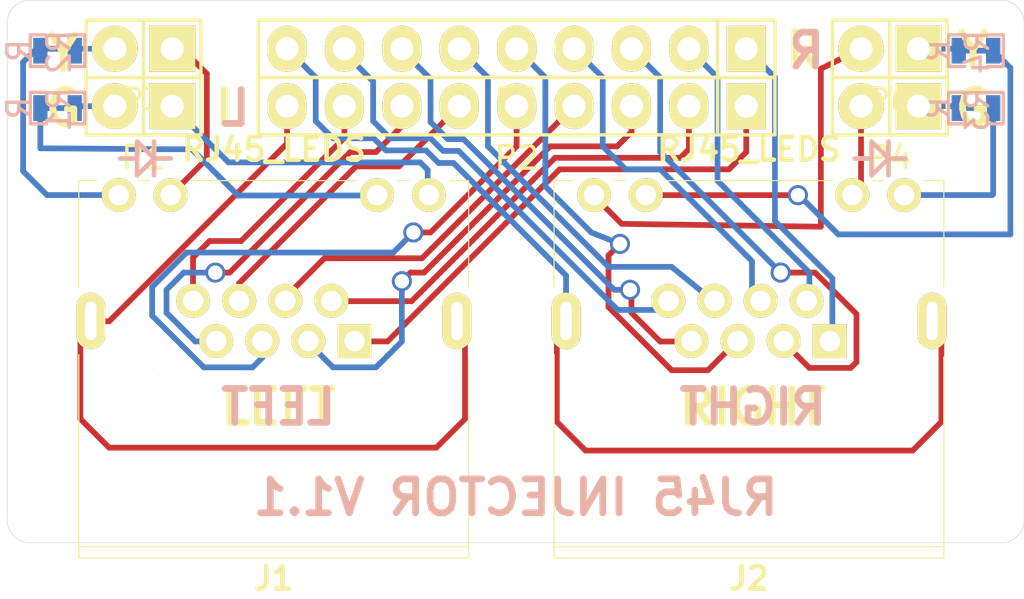
<source format=kicad_pcb>
(kicad_pcb (version 20221018) (generator pcbnew)
  (layers (0 "F.Cu" signal) (31 "B.Cu" signal) (34 "B.Paste" user) (35 "F.Paste" user) (36 "B.SilkS" user "B.Silkscreen") (37 "F.SilkS" user "F.Silkscreen") (38 "B.Mask" user) (39 "F.Mask" user) (44 "Edge.Cuts" user))
  (net 0 "")
  (net 1 "Net-(J1-Pad1)")
  (net 2 "Net-(J1-Pad3)")
  (net 3 "Net-(J1-Pad2)")
  (net 4 "Net-(J1-Pad4)")
  (net 5 "Net-(J1-Pad5)")
  (net 6 "Net-(J1-Pad6)")
  (net 7 "Net-(J1-Pad7)")
  (net 8 "Net-(J1-Pad8)")
  (net 9 "Net-(J1-PadGA)")
  (net 10 "Net-(J1-PadGK)")
  (net 11 "Net-(J1-PadYA)")
  (net 12 "Net-(J1-PadYK)")
  (net 13 "Net-(J2-Pad1)")
  (net 14 "Net-(J2-Pad3)")
  (net 15 "Net-(J2-Pad2)")
  (net 16 "Net-(J2-Pad4)")
  (net 17 "Net-(J2-Pad5)")
  (net 18 "Net-(J2-Pad6)")
  (net 19 "Net-(J2-Pad7)")
  (net 20 "Net-(J2-Pad8)")
  (net 21 "Net-(J2-PadGA)")
  (net 22 "Net-(J2-PadGK)")
  (net 23 "Net-(J2-PadYA)")
  (net 24 "Net-(J2-PadYK)")
  (net 25 "Net-(J1-Pad13)")
  (net 26 "Net-(J2-Pad13)")
  (footprint "Pin_Headers:Pin_Header_Straight_1x02" (layer "F.Cu") (at 66.035 64.685 180)
    (fp_text reference "P1" (at 0 -2.286 180) (layer "F.SilkS"))
    (fp_text value "CONN_2" hide)
    (fp_line (start -2.54 -1.27) (end -2.54 1.27) (stroke (width 0.15)) (layer "F.SilkS"))
    (fp_line (start -2.54 1.27) (end 0 1.27) (stroke (width 0.15)) (layer "F.SilkS"))
    (fp_line (start 0 -1.27) (end 0 1.27) (stroke (width 0.15)) (layer "F.SilkS"))
    (fp_line (start 0 1.27) (end 2.54 1.27) (stroke (width 0.15)) (layer "F.SilkS"))
    (fp_line (start 2.54 -1.27) (end -2.54 -1.27) (stroke (width 0.15)) (layer "F.SilkS"))
    (fp_line (start 2.54 1.27) (end 2.54 -1.27) (stroke (width 0.15)) (layer "F.SilkS"))
    (pad "1" thru_hole rect (at -1.27 0 180) (size 2.032 2.032) (drill 1.016) (layers "*.Cu" "*.Mask" "F.SilkS") (net 10 "Net-(J1-PadGK)"))
    (pad "2" thru_hole oval (at 1.27 0 180) (size 2.032 2.032) (drill 1.016) (layers "*.Cu" "*.Mask" "F.SilkS") (net 9 "Net-(J1-PadGA)"))
  )
  (footprint "Pin_Headers:Pin_Header_Straight_1x09" (layer "F.Cu") (at 82.545 64.685 180)
    (fp_text reference "P2" (at 0 -2.286 180) (layer "F.SilkS"))
    (fp_text value "CONN_9" hide)
    (fp_line (start -11.43 -1.27) (end -11.43 1.27) (stroke (width 0.15)) (layer "F.SilkS"))
    (fp_line (start -11.43 -1.27) (end -8.89 -1.27) (stroke (width 0.15)) (layer "F.SilkS"))
    (fp_line (start -11.43 1.27) (end -8.89 1.27) (stroke (width 0.15)) (layer "F.SilkS"))
    (fp_line (start -8.89 -1.27) (end -8.89 1.27) (stroke (width 0.15)) (layer "F.SilkS"))
    (fp_line (start -8.89 -1.27) (end 11.43 -1.27) (stroke (width 0.15)) (layer "F.SilkS"))
    (fp_line (start 11.43 -1.27) (end 11.43 1.27) (stroke (width 0.15)) (layer "F.SilkS"))
    (fp_line (start 11.43 1.27) (end -8.89 1.27) (stroke (width 0.15)) (layer "F.SilkS"))
    (pad "1" thru_hole rect (at -10.16 0 180) (size 1.7272 2.032) (drill 1.016) (layers "*.Cu" "*.Mask" "F.SilkS") (net 1 "Net-(J1-Pad1)"))
    (pad "2" thru_hole oval (at -7.62 0 180) (size 1.7272 2.032) (drill 1.016) (layers "*.Cu" "*.Mask" "F.SilkS") (net 3 "Net-(J1-Pad2)"))
    (pad "3" thru_hole oval (at -5.08 0 180) (size 1.7272 2.032) (drill 1.016) (layers "*.Cu" "*.Mask" "F.SilkS") (net 2 "Net-(J1-Pad3)"))
    (pad "4" thru_hole oval (at -2.54 0 180) (size 1.7272 2.032) (drill 1.016) (layers "*.Cu" "*.Mask" "F.SilkS") (net 4 "Net-(J1-Pad4)"))
    (pad "5" thru_hole oval (at 0 0 180) (size 1.7272 2.032) (drill 1.016) (layers "*.Cu" "*.Mask" "F.SilkS") (net 5 "Net-(J1-Pad5)"))
    (pad "6" thru_hole oval (at 2.54 0 180) (size 1.7272 2.032) (drill 1.016) (layers "*.Cu" "*.Mask" "F.SilkS") (net 6 "Net-(J1-Pad6)"))
    (pad "7" thru_hole oval (at 5.08 0 180) (size 1.7272 2.032) (drill 1.016) (layers "*.Cu" "*.Mask" "F.SilkS") (net 7 "Net-(J1-Pad7)"))
    (pad "8" thru_hole oval (at 7.62 0 180) (size 1.7272 2.032) (drill 1.016) (layers "*.Cu" "*.Mask" "F.SilkS") (net 8 "Net-(J1-Pad8)"))
    (pad "9" thru_hole oval (at 10.16 0 180) (size 1.7272 2.032) (drill 1.016) (layers "*.Cu" "*.Mask" "F.SilkS") (net 25 "Net-(J1-Pad13)"))
  )
  (footprint "Pin_Headers:Pin_Header_Straight_1x02" (layer "F.Cu") (at 99.055 64.685 180)
    (fp_text reference "P4" (at 0 -2.286 180) (layer "F.SilkS"))
    (fp_text value "CONN_2" hide)
    (fp_line (start -2.54 -1.27) (end -2.54 1.27) (stroke (width 0.15)) (layer "F.SilkS"))
    (fp_line (start -2.54 1.27) (end 0 1.27) (stroke (width 0.15)) (layer "F.SilkS"))
    (fp_line (start 0 -1.27) (end 0 1.27) (stroke (width 0.15)) (layer "F.SilkS"))
    (fp_line (start 0 1.27) (end 2.54 1.27) (stroke (width 0.15)) (layer "F.SilkS"))
    (fp_line (start 2.54 -1.27) (end -2.54 -1.27) (stroke (width 0.15)) (layer "F.SilkS"))
    (fp_line (start 2.54 1.27) (end 2.54 -1.27) (stroke (width 0.15)) (layer "F.SilkS"))
    (pad "1" thru_hole rect (at -1.27 0 180) (size 2.032 2.032) (drill 1.016) (layers "*.Cu" "*.Mask" "F.SilkS") (net 22 "Net-(J2-PadGK)"))
    (pad "2" thru_hole oval (at 1.27 0 180) (size 2.032 2.032) (drill 1.016) (layers "*.Cu" "*.Mask" "F.SilkS") (net 21 "Net-(J2-PadGA)"))
  )
  (footprint "Pin_Headers:Pin_Header_Straight_1x09" (layer "F.Cu") (at 82.545 62.145 180)
    (fp_text reference "P5" (at 0 -2.286 180) (layer "F.SilkS"))
    (fp_text value "CONN_9" hide)
    (fp_line (start -11.43 -1.27) (end -11.43 1.27) (stroke (width 0.15)) (layer "F.SilkS"))
    (fp_line (start -11.43 -1.27) (end -8.89 -1.27) (stroke (width 0.15)) (layer "F.SilkS"))
    (fp_line (start -11.43 1.27) (end -8.89 1.27) (stroke (width 0.15)) (layer "F.SilkS"))
    (fp_line (start -8.89 -1.27) (end -8.89 1.27) (stroke (width 0.15)) (layer "F.SilkS"))
    (fp_line (start -8.89 -1.27) (end 11.43 -1.27) (stroke (width 0.15)) (layer "F.SilkS"))
    (fp_line (start 11.43 -1.27) (end 11.43 1.27) (stroke (width 0.15)) (layer "F.SilkS"))
    (fp_line (start 11.43 1.27) (end -8.89 1.27) (stroke (width 0.15)) (layer "F.SilkS"))
    (pad "1" thru_hole rect (at -10.16 0 180) (size 1.7272 2.032) (drill 1.016) (layers "*.Cu" "*.Mask" "F.SilkS") (net 13 "Net-(J2-Pad1)"))
    (pad "2" thru_hole oval (at -7.62 0 180) (size 1.7272 2.032) (drill 1.016) (layers "*.Cu" "*.Mask" "F.SilkS") (net 15 "Net-(J2-Pad2)"))
    (pad "3" thru_hole oval (at -5.08 0 180) (size 1.7272 2.032) (drill 1.016) (layers "*.Cu" "*.Mask" "F.SilkS") (net 14 "Net-(J2-Pad3)"))
    (pad "4" thru_hole oval (at -2.54 0 180) (size 1.7272 2.032) (drill 1.016) (layers "*.Cu" "*.Mask" "F.SilkS") (net 16 "Net-(J2-Pad4)"))
    (pad "5" thru_hole oval (at 0 0 180) (size 1.7272 2.032) (drill 1.016) (layers "*.Cu" "*.Mask" "F.SilkS") (net 17 "Net-(J2-Pad5)"))
    (pad "6" thru_hole oval (at 2.54 0 180) (size 1.7272 2.032) (drill 1.016) (layers "*.Cu" "*.Mask" "F.SilkS") (net 18 "Net-(J2-Pad6)"))
    (pad "7" thru_hole oval (at 5.08 0 180) (size 1.7272 2.032) (drill 1.016) (layers "*.Cu" "*.Mask" "F.SilkS") (net 19 "Net-(J2-Pad7)"))
    (pad "8" thru_hole oval (at 7.62 0 180) (size 1.7272 2.032) (drill 1.016) (layers "*.Cu" "*.Mask" "F.SilkS") (net 20 "Net-(J2-Pad8)"))
    (pad "9" thru_hole oval (at 10.16 0 180) (size 1.7272 2.032) (drill 1.016) (layers "*.Cu" "*.Mask" "F.SilkS") (net 26 "Net-(J2-Pad13)"))
  )
  (footprint "Pin_Headers:Pin_Header_Straight_1x02" (layer "F.Cu") (at 99.055 62.145 180)
    (fp_text reference "P6" (at 0 -2.286 180) (layer "F.SilkS"))
    (fp_text value "CONN_2" hide)
    (fp_line (start -2.54 -1.27) (end -2.54 1.27) (stroke (width 0.15)) (layer "F.SilkS"))
    (fp_line (start -2.54 1.27) (end 0 1.27) (stroke (width 0.15)) (layer "F.SilkS"))
    (fp_line (start 0 -1.27) (end 0 1.27) (stroke (width 0.15)) (layer "F.SilkS"))
    (fp_line (start 0 1.27) (end 2.54 1.27) (stroke (width 0.15)) (layer "F.SilkS"))
    (fp_line (start 2.54 -1.27) (end -2.54 -1.27) (stroke (width 0.15)) (layer "F.SilkS"))
    (fp_line (start 2.54 1.27) (end 2.54 -1.27) (stroke (width 0.15)) (layer "F.SilkS"))
    (pad "1" thru_hole rect (at -1.27 0 180) (size 2.032 2.032) (drill 1.016) (layers "*.Cu" "*.Mask" "F.SilkS") (net 24 "Net-(J2-PadYK)"))
    (pad "2" thru_hole oval (at 1.27 0 180) (size 2.032 2.032) (drill 1.016) (layers "*.Cu" "*.Mask" "F.SilkS") (net 23 "Net-(J2-PadYA)"))
  )
  (footprint "Connectors:RJ45_LEDs" (layer "F.Cu") (at 96.4 75.08 180)
    (fp_text reference "J2" (at 3.57 -10.5) (layer "F.SilkS") (effects (font (thickness 0.2032))))
    (fp_text value "RJ45_LEDS" (at 3.57 8.48) (layer "F.SilkS") (effects (font (size 1.00076 1.00076) (thickness 0.2032))))
    (fp_line (start -5.05 -9.6) (end -5.05 -0.7) (stroke (width 0.05)) (layer "F.SilkS"))
    (fp_line (start -5.05 -9.1) (end 12.2 -9.1) (stroke (width 0.05)) (layer "F.SilkS"))
    (fp_line (start -5.05 2.4) (end -5.05 7.1) (stroke (width 0.05)) (layer "F.SilkS"))
    (fp_line (start -4.2 7.1) (end -5.05 7.1) (stroke (width 0.05)) (layer "F.SilkS"))
    (fp_line (start -2.4 7.1) (end -1.9 7.1) (stroke (width 0.05)) (layer "F.SilkS"))
    (fp_line (start -0.1 7.1) (end 7.25 7.1) (stroke (width 0.05)) (layer "F.SilkS"))
    (fp_line (start 9.05 7.1) (end 9.55 7.1) (stroke (width 0.05)) (layer "F.SilkS"))
    (fp_line (start 11.4 7.1) (end 12.2 7.1) (stroke (width 0.05)) (layer "F.SilkS"))
    (fp_line (start 12.2 -9.6) (end -5.05 -9.6) (stroke (width 0.05)) (layer "F.SilkS"))
    (fp_line (start 12.2 -0.6) (end 12.2 -9.6) (stroke (width 0.05)) (layer "F.SilkS"))
    (fp_line (start 12.2 7.1) (end 12.2 2.35) (stroke (width 0.05)) (layer "F.SilkS"))
    (pad "" np_thru_hole circle (at -2.78 -2.54) (size 3.25 3.25) (drill 3.25) (layers "*.Cu" "*.Mask" "F.SilkS"))
    (pad "" np_thru_hole circle (at 9.92 -2.54) (size 3.25 3.25) (drill 3.25) (layers "*.Cu" "*.Mask" "F.SilkS"))
    (pad "1" thru_hole rect (at 0 0) (size 1.5 1.5) (drill 0.9) (layers "*.Cu" "*.Mask" "F.SilkS") (net 13 "Net-(J2-Pad1)"))
    (pad "2" thru_hole circle (at 1.02 1.78) (size 1.5 1.5) (drill 0.9) (layers "*.Cu" "*.Mask" "F.SilkS") (net 15 "Net-(J2-Pad2)"))
    (pad "3" thru_hole circle (at 2.04 0) (size 1.5 1.5) (drill 0.9) (layers "*.Cu" "*.Mask" "F.SilkS") (net 14 "Net-(J2-Pad3)"))
    (pad "4" thru_hole circle (at 3.06 1.78) (size 1.5 1.5) (drill 0.9) (layers "*.Cu" "*.Mask" "F.SilkS") (net 16 "Net-(J2-Pad4)"))
    (pad "5" thru_hole circle (at 4.08 0) (size 1.5 1.5) (drill 0.9) (layers "*.Cu" "*.Mask" "F.SilkS") (net 17 "Net-(J2-Pad5)"))
    (pad "6" thru_hole circle (at 5.1 1.78) (size 1.5 1.5) (drill 0.9) (layers "*.Cu" "*.Mask" "F.SilkS") (net 18 "Net-(J2-Pad6)"))
    (pad "7" thru_hole circle (at 6.12 0) (size 1.5 1.5) (drill 0.9) (layers "*.Cu" "*.Mask" "F.SilkS") (net 19 "Net-(J2-Pad7)"))
    (pad "8" thru_hole circle (at 7.14 1.78) (size 1.5 1.5) (drill 0.9) (layers "*.Cu" "*.Mask" "F.SilkS") (net 20 "Net-(J2-Pad8)"))
    (pad "13" thru_hole oval (at -4.53 0.89) (size 1.3 2.5) (drill oval 0.5 1.7) (layers "*.Cu" "*.Mask" "F.SilkS") (net 26 "Net-(J2-Pad13)"))
    (pad "13" thru_hole oval (at 11.67 0.89) (size 1.3 2.5) (drill oval 0.5 1.7) (layers "*.Cu" "*.Mask" "F.SilkS") (net 26 "Net-(J2-Pad13)"))
    (pad "GA" thru_hole circle (at -1 6.46) (size 1.5 1.5) (drill 0.9) (layers "*.Cu" "*.Mask" "F.SilkS") (net 21 "Net-(J2-PadGA)"))
    (pad "GK" thru_hole circle (at -3.29 6.46) (size 1.5 1.5) (drill 0.9) (layers "*.Cu" "*.Mask" "F.SilkS") (net 22 "Net-(J2-PadGK)"))
    (pad "YA" thru_hole circle (at 10.43 6.46) (size 1.5 1.5) (drill 0.9) (layers "*.Cu" "*.Mask" "F.SilkS") (net 23 "Net-(J2-PadYA)"))
    (pad "YK" thru_hole circle (at 8.14 6.46) (size 1.5 1.5) (drill 0.9) (layers "*.Cu" "*.Mask" "F.SilkS") (net 24 "Net-(J2-PadYK)"))
  )
  (footprint "Connectors:RJ45_LEDs" (layer "F.Cu") (at 75.37 75.08 180)
    (fp_text reference "J1" (at 3.57 -10.5) (layer "F.SilkS") (effects (font (thickness 0.2032))))
    (fp_text value "RJ45_LEDS" (at 3.57 8.48) (layer "F.SilkS") (effects (font (size 1.00076 1.00076) (thickness 0.2032))))
    (fp_line (start -5.05 -9.6) (end -5.05 -0.7) (stroke (width 0.05)) (layer "F.SilkS"))
    (fp_line (start -5.05 -9.1) (end 12.2 -9.1) (stroke (width 0.05)) (layer "F.SilkS"))
    (fp_line (start -5.05 2.4) (end -5.05 7.1) (stroke (width 0.05)) (layer "F.SilkS"))
    (fp_line (start -4.2 7.1) (end -5.05 7.1) (stroke (width 0.05)) (layer "F.SilkS"))
    (fp_line (start -2.4 7.1) (end -1.9 7.1) (stroke (width 0.05)) (layer "F.SilkS"))
    (fp_line (start -0.1 7.1) (end 7.25 7.1) (stroke (width 0.05)) (layer "F.SilkS"))
    (fp_line (start 9.05 7.1) (end 9.55 7.1) (stroke (width 0.05)) (layer "F.SilkS"))
    (fp_line (start 11.4 7.1) (end 12.2 7.1) (stroke (width 0.05)) (layer "F.SilkS"))
    (fp_line (start 12.2 -9.6) (end -5.05 -9.6) (stroke (width 0.05)) (layer "F.SilkS"))
    (fp_line (start 12.2 -0.6) (end 12.2 -9.6) (stroke (width 0.05)) (layer "F.SilkS"))
    (fp_line (start 12.2 7.1) (end 12.2 2.35) (stroke (width 0.05)) (layer "F.SilkS"))
    (pad "" np_thru_hole circle (at -2.78 -2.54) (size 3.25 3.25) (drill 3.25) (layers "*.Cu" "*.Mask" "F.SilkS"))
    (pad "" np_thru_hole circle (at 9.92 -2.54) (size 3.25 3.25) (drill 3.25) (layers "*.Cu" "*.Mask" "F.SilkS"))
    (pad "1" thru_hole rect (at 0 0) (size 1.5 1.5) (drill 0.9) (layers "*.Cu" "*.Mask" "F.SilkS") (net 1 "Net-(J1-Pad1)"))
    (pad "2" thru_hole circle (at 1.02 1.78) (size 1.5 1.5) (drill 0.9) (layers "*.Cu" "*.Mask" "F.SilkS") (net 3 "Net-(J1-Pad2)"))
    (pad "3" thru_hole circle (at 2.04 0) (size 1.5 1.5) (drill 0.9) (layers "*.Cu" "*.Mask" "F.SilkS") (net 2 "Net-(J1-Pad3)"))
    (pad "4" thru_hole circle (at 3.06 1.78) (size 1.5 1.5) (drill 0.9) (layers "*.Cu" "*.Mask" "F.SilkS") (net 4 "Net-(J1-Pad4)"))
    (pad "5" thru_hole circle (at 4.08 0) (size 1.5 1.5) (drill 0.9) (layers "*.Cu" "*.Mask" "F.SilkS") (net 5 "Net-(J1-Pad5)"))
    (pad "6" thru_hole circle (at 5.1 1.78) (size 1.5 1.5) (drill 0.9) (layers "*.Cu" "*.Mask" "F.SilkS") (net 6 "Net-(J1-Pad6)"))
    (pad "7" thru_hole circle (at 6.12 0) (size 1.5 1.5) (drill 0.9) (layers "*.Cu" "*.Mask" "F.SilkS") (net 7 "Net-(J1-Pad7)"))
    (pad "8" thru_hole circle (at 7.14 1.78) (size 1.5 1.5) (drill 0.9) (layers "*.Cu" "*.Mask" "F.SilkS") (net 8 "Net-(J1-Pad8)"))
    (pad "13" thru_hole oval (at -4.53 0.89) (size 1.3 2.5) (drill oval 0.5 1.7) (layers "*.Cu" "*.Mask" "F.SilkS") (net 25 "Net-(J1-Pad13)"))
    (pad "13" thru_hole oval (at 11.67 0.89) (size 1.3 2.5) (drill oval 0.5 1.7) (layers "*.Cu" "*.Mask" "F.SilkS") (net 25 "Net-(J1-Pad13)"))
    (pad "GA" thru_hole circle (at -1 6.46) (size 1.5 1.5) (drill 0.9) (layers "*.Cu" "*.Mask" "F.SilkS") (net 9 "Net-(J1-PadGA)"))
    (pad "GK" thru_hole circle (at -3.29 6.46) (size 1.5 1.5) (drill 0.9) (layers "*.Cu" "*.Mask" "F.SilkS") (net 10 "Net-(J1-PadGK)"))
    (pad "YA" thru_hole circle (at 10.43 6.46) (size 1.5 1.5) (drill 0.9) (layers "*.Cu" "*.Mask" "F.SilkS") (net 11 "Net-(J1-PadYA)"))
    (pad "YK" thru_hole circle (at 8.14 6.46) (size 1.5 1.5) (drill 0.9) (layers "*.Cu" "*.Mask" "F.SilkS") (net 12 "Net-(J1-PadYK)"))
  )
  (footprint "Pin_Headers:Pin_Header_Straight_1x02" (layer "F.Cu") (at 66.035 62.145 180)
    (fp_text reference "P3" (at 0 -2.286 180) (layer "F.SilkS"))
    (fp_text value "CONN_2" hide)
    (fp_line (start -2.54 -1.27) (end -2.54 1.27) (stroke (width 0.15)) (layer "F.SilkS"))
    (fp_line (start -2.54 1.27) (end 0 1.27) (stroke (width 0.15)) (layer "F.SilkS"))
    (fp_line (start 0 -1.27) (end 0 1.27) (stroke (width 0.15)) (layer "F.SilkS"))
    (fp_line (start 0 1.27) (end 2.54 1.27) (stroke (width 0.15)) (layer "F.SilkS"))
    (fp_line (start 2.54 -1.27) (end -2.54 -1.27) (stroke (width 0.15)) (layer "F.SilkS"))
    (fp_line (start 2.54 1.27) (end 2.54 -1.27) (stroke (width 0.15)) (layer "F.SilkS"))
    (pad "1" thru_hole rect (at -1.27 0 180) (size 2.032 2.032) (drill 1.016) (layers "*.Cu" "*.Mask" "F.SilkS") (net 12 "Net-(J1-PadYK)"))
    (pad "2" thru_hole oval (at 1.27 0 180) (size 2.032 2.032) (drill 1.016) (layers "*.Cu" "*.Mask" "F.SilkS") (net 11 "Net-(J1-PadYA)"))
  )
  (footprint "SMD_Packages:SMD-0603_r" (layer "B.Cu") (at 62.23 64.77)
    (fp_text reference "R1" (at 0.0635 0.0635 270) (layer "B.SilkS") (effects (justify mirror)))
    (fp_text value "R" (at -1.69926 0 270) (layer "B.SilkS") (effects (justify mirror)))
    (fp_line (start -1.2065 -0.6985) (end -0.50038 -0.6985) (stroke (width 0.15)) (layer "B.SilkS"))
    (fp_line (start -1.2065 0.6985) (end -1.2065 -0.6985) (stroke (width 0.15)) (layer "B.SilkS"))
    (fp_line (start -0.50038 0.6985) (end -1.2065 0.6985) (stroke (width 0.15)) (layer "B.SilkS"))
    (fp_line (start 1.2065 -0.6985) (end 0.50038 -0.6985) (stroke (width 0.15)) (layer "B.SilkS"))
    (fp_line (start 1.2065 0.6985) (end 0.50038 0.6985) (stroke (width 0.15)) (layer "B.SilkS"))
    (fp_line (start 1.2065 0.6985) (end 1.2065 -0.6985) (stroke (width 0.15)) (layer "B.SilkS"))
    (pad "1" smd rect (at -0.762 0) (size 0.635 1.143) (layers "B.Cu" "B.Paste" "B.Mask") (net 9 "Net-(J1-PadGA)"))
    (pad "2" smd rect (at 0.762 0) (size 0.635 1.143) (layers "B.Cu" "B.Paste" "B.Mask") (net 9 "Net-(J1-PadGA)"))
  )
  (footprint "SMD_Packages:SMD-0603_r" (layer "B.Cu") (at 62.23 62.23)
    (fp_text reference "R2" (at 0.0635 0.0635 270) (layer "B.SilkS") (effects (justify mirror)))
    (fp_text value "R" (at -1.69926 0 270) (layer "B.SilkS") (effects (justify mirror)))
    (fp_line (start -1.2065 -0.6985) (end -0.50038 -0.6985) (stroke (width 0.15)) (layer "B.SilkS"))
    (fp_line (start -1.2065 0.6985) (end -1.2065 -0.6985) (stroke (width 0.15)) (layer "B.SilkS"))
    (fp_line (start -0.50038 0.6985) (end -1.2065 0.6985) (stroke (width 0.15)) (layer "B.SilkS"))
    (fp_line (start 1.2065 -0.6985) (end 0.50038 -0.6985) (stroke (width 0.15)) (layer "B.SilkS"))
    (fp_line (start 1.2065 0.6985) (end 0.50038 0.6985) (stroke (width 0.15)) (layer "B.SilkS"))
    (fp_line (start 1.2065 0.6985) (end 1.2065 -0.6985) (stroke (width 0.15)) (layer "B.SilkS"))
    (pad "1" smd rect (at -0.762 0) (size 0.635 1.143) (layers "B.Cu" "B.Paste" "B.Mask") (net 11 "Net-(J1-PadYA)"))
    (pad "2" smd rect (at 0.762 0) (size 0.635 1.143) (layers "B.Cu" "B.Paste" "B.Mask") (net 11 "Net-(J1-PadYA)"))
  )
  (footprint "SMD_Packages:SMD-0603_r" (layer "B.Cu") (at 102.87 64.77)
    (fp_text reference "R3" (at 0.0635 0.0635 270) (layer "B.SilkS") (effects (justify mirror)))
    (fp_text value "R" (at -1.69926 0 270) (layer "B.SilkS") (effects (justify mirror)))
    (fp_line (start -1.2065 -0.6985) (end -0.50038 -0.6985) (stroke (width 0.15)) (layer "B.SilkS"))
    (fp_line (start -1.2065 0.6985) (end -1.2065 -0.6985) (stroke (width 0.15)) (layer "B.SilkS"))
    (fp_line (start -0.50038 0.6985) (end -1.2065 0.6985) (stroke (width 0.15)) (layer "B.SilkS"))
    (fp_line (start 1.2065 -0.6985) (end 0.50038 -0.6985) (stroke (width 0.15)) (layer "B.SilkS"))
    (fp_line (start 1.2065 0.6985) (end 0.50038 0.6985) (stroke (width 0.15)) (layer "B.SilkS"))
    (fp_line (start 1.2065 0.6985) (end 1.2065 -0.6985) (stroke (width 0.15)) (layer "B.SilkS"))
    (pad "1" smd rect (at -0.762 0) (size 0.635 1.143) (layers "B.Cu" "B.Paste" "B.Mask") (net 22 "Net-(J2-PadGK)"))
    (pad "2" smd rect (at 0.762 0) (size 0.635 1.143) (layers "B.Cu" "B.Paste" "B.Mask") (net 22 "Net-(J2-PadGK)"))
  )
  (footprint "SMD_Packages:SMD-0603_r" (layer "B.Cu") (at 102.87 62.23)
    (fp_text reference "R4" (at 0.0635 0.0635 270) (layer "B.SilkS") (effects (justify mirror)))
    (fp_text value "R" (at -1.69926 0 270) (layer "B.SilkS") (effects (justify mirror)))
    (fp_line (start -1.2065 -0.6985) (end -0.50038 -0.6985) (stroke (width 0.15)) (layer "B.SilkS"))
    (fp_line (start -1.2065 0.6985) (end -1.2065 -0.6985) (stroke (width 0.15)) (layer "B.SilkS"))
    (fp_line (start -0.50038 0.6985) (end -1.2065 0.6985) (stroke (width 0.15)) (layer "B.SilkS"))
    (fp_line (start 1.2065 -0.6985) (end 0.50038 -0.6985) (stroke (width 0.15)) (layer "B.SilkS"))
    (fp_line (start 1.2065 0.6985) (end 0.50038 0.6985) (stroke (width 0.15)) (layer "B.SilkS"))
    (fp_line (start 1.2065 0.6985) (end 1.2065 -0.6985) (stroke (width 0.15)) (layer "B.SilkS"))
    (pad "1" smd rect (at -0.762 0) (size 0.635 1.143) (layers "B.Cu" "B.Paste" "B.Mask") (net 24 "Net-(J2-PadYK)"))
    (pad "2" smd rect (at 0.762 0) (size 0.635 1.143) (layers "B.Cu" "B.Paste" "B.Mask") (net 24 "Net-(J2-PadYK)"))
  )
  (gr_line (start 65.75 67.75) (end 66.5 67) (stroke (width 0.2)) (layer "B.SilkS"))
  (gr_line (start 66.5 67) (end 65.75 66.25) (stroke (width 0.2)) (layer "B.SilkS"))
  (gr_line (start 65.75 66.25) (end 65.75 67.75) (stroke (width 0.2)) (layer "B.SilkS"))
  (gr_line (start 66.5 67.75) (end 66.5 66.25) (stroke (width 0.2)) (layer "B.SilkS"))
  (gr_line (start 66.5 67) (end 67.25 67) (stroke (width 0.2)) (layer "B.SilkS"))
  (gr_line (start 65.75 67) (end 65 67) (stroke (width 0.2)) (layer "B.SilkS"))
  (gr_line (start 98.25 67.75) (end 99 67) (stroke (width 0.2)) (layer "B.SilkS"))
  (gr_line (start 99 67) (end 98.25 66.25) (stroke (width 0.2)) (layer "B.SilkS"))
  (gr_line (start 98.25 66.25) (end 98.25 67.75) (stroke (width 0.2)) (layer "B.SilkS"))
  (gr_line (start 99 67.75) (end 99 66.25) (stroke (width 0.2)) (layer "B.SilkS"))
  (gr_line (start 99 67) (end 99.75 67) (stroke (width 0.2)) (layer "B.SilkS"))
  (gr_line (start 98.25 67) (end 97.5 67) (stroke (width 0.2)) (layer "B.SilkS"))
  (gr_line (start 98.25 67) (end 97.5 67) (stroke (width 0.2)) (layer "F.SilkS"))
  (gr_line (start 99 67) (end 99.75 67) (stroke (width 0.2)) (layer "F.SilkS"))
  (gr_line (start 99 66.25) (end 99 67.75) (stroke (width 0.2)) (layer "F.SilkS"))
  (gr_line (start 98.25 67.75) (end 98.25 66.25) (stroke (width 0.2)) (layer "F.SilkS"))
  (gr_line (start 99 67) (end 98.25 67.75) (stroke (width 0.2)) (layer "F.SilkS"))
  (gr_line (start 98.25 66.25) (end 99 67) (stroke (width 0.2)) (layer "F.SilkS"))
  (gr_line (start 66.5 66.25) (end 66.5 67.75) (stroke (width 0.2)) (layer "F.SilkS"))
  (gr_line (start 65.75 66.25) (end 66.5 67) (stroke (width 0.2)) (layer "F.SilkS"))
  (gr_line (start 65.75 67.75) (end 65.75 66.25) (stroke (width 0.2)) (layer "F.SilkS"))
  (gr_line (start 66.5 67) (end 65.75 67.75) (stroke (width 0.2)) (layer "F.SilkS"))
  (gr_line (start 65.75 67) (end 65 67) (stroke (width 0.2)) (layer "F.SilkS"))
  (gr_line (start 66.5 67) (end 67.25 67) (stroke (width 0.2)) (layer "F.SilkS"))
  (gr_line (start 105 61) (end 105 83) (stroke (width 0.0254)) (layer "Edge.Cuts"))
  (gr_arc (start 105 83) (mid 104.707107 83.707107) (end 104 84) (stroke (width 0.0254)) (layer "Edge.Cuts"))
  (gr_line (start 61 60) (end 104 60) (stroke (width 0.0254)) (layer "Edge.Cuts"))
  (gr_arc (start 60 61) (mid 60.292893 60.292893) (end 61 60) (stroke (width 0.0254)) (layer "Edge.Cuts"))
  (gr_arc (start 61 84) (mid 60.292893 83.707107) (end 60 83) (stroke (width 0.0254)) (layer "Edge.Cuts"))
  (gr_line (start 60 83) (end 60 61) (stroke (width 0.0254)) (layer "Edge.Cuts"))
  (gr_arc (start 104 60) (mid 104.707107 60.292893) (end 105 61) (stroke (width 0.0254)) (layer "Edge.Cuts"))
  (gr_line (start 104 84) (end 61 84) (stroke (width 0.0254)) (layer "Edge.Cuts"))
  (gr_text "RJ45 INJECTOR V1.1\n" (at 82.5 82) (layer "B.SilkS") (effects (font (size 1.5 1.5) (thickness 0.3)) (justify mirror)))
  (gr_text "R" (at 95.377 62.23) (layer "B.SilkS") (effects (font (size 1.5 1.5) (thickness 0.3)) (justify mirror)))
  (gr_text "LEFT" (at 72 78) (layer "B.SilkS") (effects (font (size 1.5 1.5) (thickness 0.3)) (justify mirror)))
  (gr_text "RIGHT" (at 93 78) (layer "B.SilkS") (effects (font (size 1.5 1.5) (thickness 0.3)) (justify mirror)))
  (gr_text "L" (at 70.104 64.77) (layer "B.SilkS") (effects (font (size 1.5 1.5) (thickness 0.3)) (justify mirror)))
  (gr_text "G" (at 62.484 64.77) (layer "F.SilkS") (effects (font (size 1.5 1.5) (thickness 0.3))))
  (gr_text "LEFT\n" (at 72 78) (layer "F.SilkS") (effects (font (size 1.5 1.5) (thickness 0.3))))
  (gr_text "Y\n" (at 62.484 62.357) (layer "F.SilkS") (effects (font (size 1.5 1.5) (thickness 0.3))))
  (gr_text "R" (at 95.25 62.23) (layer "F.SilkS") (effects (font (size 1.5 1.5) (thickness 0.3))))
  (gr_text "RIGHT" (at 93 78) (layer "F.SilkS") (effects (font (size 1.5 1.5) (thickness 0.3))))
  (gr_text "L" (at 69.85 64.77) (layer "F.SilkS") (effects (font (size 1.5 1.5) (thickness 0.3))))
  (gr_text "Y" (at 102.743 62.23) (layer "F.SilkS") (effects (font (size 1.5 1.5) (thickness 0.3))))
  (gr_text "G" (at 102.743 64.77) (layer "F.SilkS") (effects (font (size 1.5 1.5) (thickness 0.3))))
  (segment (start 76.834 75.095) (end 84.45 67.479) (width 0.254) (layer "F.Cu") (net 1))
  (segment (start 84.45 67.479) (end 91.943 67.479) (width 0.254) (layer "F.Cu") (net 1))
  (segment (start 91.943 67.479) (end 92.705 66.717) (width 0.254) (layer "F.Cu") (net 1))
  (segment (start 92.705 66.717) (end 92.705 64.685) (width 0.254) (layer "F.Cu") (net 1))
  (segment (start 75.365 75.095) (end 76.834 75.095) (width 0.254) (layer "F.Cu") (net 1))
  (segment (start 77.465 72.432) (end 77.846 72.051) (width 0.254) (layer "F.Cu") (net 2))
  (segment (start 77.846 72.051) (end 78.441152 72.051) (width 0.254) (layer "F.Cu") (net 2))
  (segment (start 78.441152 72.051) (end 84.029156 66.462996) (width 0.254) (layer "F.Cu") (net 2))
  (segment (start 84.029156 66.462996) (end 86.99 66.462996) (width 0.254) (layer "F.Cu") (net 2))
  (segment (start 86.99 66.462996) (end 87.625 65.827996) (width 0.254) (layer "F.Cu") (net 2))
  (segment (start 87.625 65.827996) (end 87.625 64.685) (width 0.254) (layer "F.Cu") (net 2))
  (via (at 77.465 72.432) (size 0.889) (drill 0.635) (layers "F.Cu" "B.Cu") (net 2))
  (segment (start 73.325 75.15) (end 74.417 76.242) (width 0.254) (layer "B.Cu") (net 2))
  (segment (start 74.417 76.242) (end 76.322 76.242) (width 0.254) (layer "B.Cu") (net 2))
  (segment (start 76.322 76.242) (end 77.465 75.099) (width 0.254) (layer "B.Cu") (net 2))
  (segment (start 77.465 75.099) (end 77.465 72.432) (width 0.254) (layer "B.Cu") (net 2))
  (segment (start 73.325 75.095) (end 73.325 75.15) (width 0.254) (layer "B.Cu") (net 2))
  (segment (start 77.895576 73.315) (end 84.239578 66.970998) (width 0.254) (layer "F.Cu") (net 3))
  (segment (start 84.239578 66.970998) (end 89.784 66.970998) (width 0.254) (layer "F.Cu") (net 3))
  (segment (start 89.784 66.970998) (end 90.165 66.589998) (width 0.254) (layer "F.Cu") (net 3))
  (segment (start 90.165 66.589998) (end 90.165 64.685) (width 0.254) (layer "F.Cu") (net 3))
  (segment (start 74.345 73.315) (end 77.895576 73.315) (width 0.254) (layer "F.Cu") (net 3))
  (segment (start 72.305 73.147) (end 74.036 71.416) (width 0.254) (layer "F.Cu") (net 4))
  (segment (start 74.036 71.416) (end 78.357728 71.416) (width 0.254) (layer "F.Cu") (net 4))
  (segment (start 78.357728 71.416) (end 85.085 64.688728) (width 0.254) (layer "F.Cu") (net 4))
  (segment (start 85.085 64.688728) (end 85.085 64.685) (width 0.254) (layer "F.Cu") (net 4))
  (segment (start 72.305 73.315) (end 72.305 73.147) (width 0.254) (layer "F.Cu") (net 4))
  (segment (start 82.545 66.463) (end 78.735 70.273) (width 0.254) (layer "F.Cu") (net 5))
  (segment (start 78.735 70.273) (end 77.973 70.273) (width 0.254) (layer "F.Cu") (net 5))
  (segment (start 82.545 64.685) (end 82.545 66.463) (width 0.254) (layer "F.Cu") (net 5))
  (via (at 77.973 70.273) (size 0.889) (drill 0.635) (layers "F.Cu" "B.Cu") (net 5))
  (segment (start 71.285 75.818) (end 70.861 76.242) (width 0.254) (layer "B.Cu") (net 5))
  (segment (start 70.861 76.242) (end 68.702 76.242) (width 0.254) (layer "B.Cu") (net 5))
  (segment (start 68.702 76.242) (end 66.416 73.956) (width 0.254) (layer "B.Cu") (net 5))
  (segment (start 66.416 73.956) (end 66.416 72.686) (width 0.254) (layer "B.Cu") (net 5))
  (segment (start 66.416 72.686) (end 67.94 71.162) (width 0.254) (layer "B.Cu") (net 5))
  (segment (start 67.94 71.162) (end 77.084 71.162) (width 0.254) (layer "B.Cu") (net 5))
  (segment (start 77.084 71.162) (end 77.973 70.273) (width 0.254) (layer "B.Cu") (net 5))
  (segment (start 71.285 75.095) (end 71.285 75.818) (width 0.254) (layer "B.Cu") (net 5))
  (segment (start 70.265 72.52) (end 75.433 67.352) (width 0.254) (layer "F.Cu") (net 6))
  (segment (start 75.433 67.352) (end 77.338 67.352) (width 0.254) (layer "F.Cu") (net 6))
  (segment (start 77.338 67.352) (end 80.005 64.685) (width 0.254) (layer "F.Cu") (net 6))
  (segment (start 70.265 73.315) (end 70.265 72.52) (width 0.254) (layer "F.Cu") (net 6))
  (segment (start 69.21 72.051) (end 69.845 72.051) (width 0.254) (layer "F.Cu") (net 7))
  (segment (start 69.845 72.051) (end 75.179 66.717) (width 0.254) (layer "F.Cu") (net 7))
  (segment (start 75.179 66.717) (end 76.322 66.717) (width 0.254) (layer "F.Cu") (net 7))
  (segment (start 76.322 66.717) (end 77.465 65.574) (width 0.254) (layer "F.Cu") (net 7))
  (segment (start 77.465 65.574) (end 77.465 64.685) (width 0.254) (layer "F.Cu") (net 7))
  (via (at 69.21 72.051) (size 0.889) (drill 0.635) (layers "F.Cu" "B.Cu") (net 7))
  (segment (start 68.317 75.095) (end 67.051 73.829) (width 0.254) (layer "B.Cu") (net 7))
  (segment (start 67.051 73.829) (end 67.051 72.813) (width 0.254) (layer "B.Cu") (net 7))
  (segment (start 67.051 72.813) (end 67.813 72.051) (width 0.254) (layer "B.Cu") (net 7))
  (segment (start 67.813 72.051) (end 69.21 72.051) (width 0.254) (layer "B.Cu") (net 7))
  (segment (start 69.245 75.095) (end 68.317 75.095) (width 0.254) (layer "B.Cu") (net 7))
  (segment (start 68.225 71.385) (end 68.956 70.654) (width 0.254) (layer "F.Cu") (net 8))
  (segment (start 68.956 70.654) (end 70.353 70.654) (width 0.254) (layer "F.Cu") (net 8))
  (segment (start 70.353 70.654) (end 74.925 66.082) (width 0.254) (layer "F.Cu") (net 8))
  (segment (start 74.925 66.082) (end 74.925 64.685) (width 0.254) (layer "F.Cu") (net 8))
  (segment (start 68.225 73.315) (end 68.225 71.385) (width 0.254) (layer "F.Cu") (net 8))
  (segment (start 70.2176 68.639) (end 68.1686 66.59) (width 0.254) (layer "B.Cu") (net 9))
  (segment (start 68.1686 66.59) (end 66.802 66.59) (width 0.254) (layer "B.Cu") (net 9))
  (segment (start 63.077 64.685) (end 62.992 64.77) (width 0.254) (layer "B.Cu") (net 9))
  (segment (start 61.468 66.548) (end 61.468 64.77) (width 0.254) (layer "B.Cu") (net 9))
  (segment (start 61.468 64.77) (end 62.992 64.77) (width 0.254) (layer "B.Cu") (net 9))
  (segment (start 66.802 66.59) (end 61.468 66.548) (width 0.254) (layer "B.Cu") (net 9))
  (segment (start 76.32 68.639) (end 70.2176 68.639) (width 0.254) (layer "B.Cu") (net 9))
  (segment (start 63.077 64.685) (end 64.765 64.685) (width 0.254) (layer "B.Cu") (net 9))
  (segment (start 78.61 67.5064) (end 78.2778 67.1742) (width 0.254) (layer "B.Cu") (net 10))
  (segment (start 78.2778 67.1742) (end 69.7942 67.1742) (width 0.254) (layer "B.Cu") (net 10))
  (segment (start 69.7942 67.1742) (end 67.305 64.685) (width 0.254) (layer "B.Cu") (net 10))
  (segment (start 78.61 68.639) (end 78.61 67.5064) (width 0.254) (layer "B.Cu") (net 10))
  (segment (start 63.077 62.145) (end 62.992 62.23) (width 0.254) (layer "B.Cu") (net 11))
  (segment (start 61.468 62.23) (end 61.553 62.145) (width 0.254) (layer "B.Cu") (net 11))
  (segment (start 61.214 62.23) (end 60.706 62.738) (width 0.254) (layer "B.Cu") (net 11))
  (segment (start 60.706 62.738) (end 60.706 67.564) (width 0.254) (layer "B.Cu") (net 11))
  (segment (start 60.706 67.564) (end 61.762 68.62) (width 0.254) (layer "B.Cu") (net 11))
  (segment (start 61.762 68.62) (end 64.94 68.62) (width 0.254) (layer "B.Cu") (net 11))
  (segment (start 64.765 62.145) (end 63.077 62.145) (width 0.254) (layer "B.Cu") (net 11))
  (segment (start 61.468 62.23) (end 61.214 62.23) (width 0.254) (layer "B.Cu") (net 11))
  (segment (start 63.077 62.145) (end 61.553 62.145) (width 0.254) (layer "B.Cu") (net 11))
  (segment (start 67.733 62.145) (end 68.834 63.246) (width 0.254) (layer "F.Cu") (net 12))
  (segment (start 68.834 63.246) (end 68.834 67.016) (width 0.254) (layer "F.Cu") (net 12))
  (segment (start 68.834 67.016) (end 67.23 68.62) (width 0.254) (layer "F.Cu") (net 12))
  (segment (start 67.305 62.145) (end 67.733 62.145) (width 0.254) (layer "F.Cu") (net 12))
  (segment (start 93.975 63.415) (end 93.975 69.765) (width 0.254) (layer "B.Cu") (net 13))
  (segment (start 93.975 69.765) (end 96.515 72.305) (width 0.254) (layer "B.Cu") (net 13))
  (segment (start 96.515 72.305) (end 96.515 74.945) (width 0.254) (layer "B.Cu") (net 13))
  (segment (start 96.515 74.945) (end 96.365 75.095) (width 0.254) (layer "B.Cu") (net 13))
  (segment (start 92.705 62.145) (end 93.975 63.415) (width 0.254) (layer "B.Cu") (net 13))
  (segment (start 94.362 75.1304) (end 95.499 76.2674) (width 0.254) (layer "F.Cu") (net 14))
  (segment (start 95.499 76.2674) (end 97.3278 76.2674) (width 0.254) (layer "F.Cu") (net 14))
  (segment (start 97.3278 76.2674) (end 97.5818 76.0134) (width 0.254) (layer "F.Cu") (net 14))
  (segment (start 97.5818 76.0134) (end 97.5818 73.8798) (width 0.254) (layer "F.Cu") (net 14))
  (segment (start 97.5818 73.8798) (end 95.753 72.051) (width 0.254) (layer "F.Cu") (net 14))
  (segment (start 95.753 72.051) (end 94.229 72.051) (width 0.254) (layer "F.Cu") (net 14))
  (segment (start 94.362 75.099) (end 94.362 75.1304) (width 0.254) (layer "F.Cu") (net 14))
  (via (at 94.229 72.051) (size 0.889) (drill 0.635) (layers "F.Cu" "B.Cu") (net 14))
  (segment (start 88.895 63.415) (end 88.895 66.717) (width 0.254) (layer "B.Cu") (net 14))
  (segment (start 88.895 66.717) (end 94.229 72.051) (width 0.254) (layer "B.Cu") (net 14))
  (segment (start 87.625 62.145) (end 88.895 63.415) (width 0.254) (layer "B.Cu") (net 14))
  (segment (start 91.435 63.415) (end 91.435 67.987) (width 0.254) (layer "B.Cu") (net 15))
  (segment (start 91.435 67.987) (end 95.499 72.051) (width 0.254) (layer "B.Cu") (net 15))
  (segment (start 95.499 72.051) (end 95.499 73.161) (width 0.254) (layer "B.Cu") (net 15))
  (segment (start 95.499 73.161) (end 95.345 73.315) (width 0.254) (layer "B.Cu") (net 15))
  (segment (start 90.165 62.145) (end 91.435 63.415) (width 0.254) (layer "B.Cu") (net 15))
  (segment (start 86.355 63.415) (end 86.355 66.463) (width 0.254) (layer "B.Cu") (net 16))
  (segment (start 86.355 66.463) (end 87.371 67.479) (width 0.254) (layer "B.Cu") (net 16))
  (segment (start 87.371 67.479) (end 88.895 67.479) (width 0.254) (layer "B.Cu") (net 16))
  (segment (start 88.895 67.479) (end 92.959 71.543) (width 0.254) (layer "B.Cu") (net 16))
  (segment (start 92.959 72.969) (end 92.959 71.543) (width 0.254) (layer "B.Cu") (net 16))
  (segment (start 93.305 73.315) (end 92.959 72.969) (width 0.254) (layer "B.Cu") (net 16))
  (segment (start 85.085 62.145) (end 86.355 63.415) (width 0.254) (layer "B.Cu") (net 16))
  (segment (start 91.011 76.369) (end 89.403 76.369) (width 0.254) (layer "F.Cu") (net 17))
  (segment (start 89.403 76.369) (end 86.609 73.575) (width 0.254) (layer "F.Cu") (net 17))
  (segment (start 86.609 73.575) (end 86.609 71.289) (width 0.254) (layer "F.Cu") (net 17))
  (segment (start 86.609 71.289) (end 87.117 70.781) (width 0.254) (layer "F.Cu") (net 17))
  (segment (start 92.285 75.095) (end 91.011 76.369) (width 0.254) (layer "F.Cu") (net 17))
  (via (at 87.117 70.781) (size 0.889) (drill 0.635) (layers "F.Cu" "B.Cu") (net 17))
  (segment (start 83.815 63.415) (end 83.815 68.241) (width 0.254) (layer "B.Cu") (net 17))
  (segment (start 83.815 68.241) (end 85.847 70.273) (width 0.254) (layer "B.Cu") (net 17))
  (segment (start 85.847 70.273) (end 87.117 70.781) (width 0.254) (layer "B.Cu") (net 17))
  (segment (start 83.815 63.415) (end 82.545 62.145) (width 0.254) (layer "B.Cu") (net 17))
  (segment (start 81.275 63.415) (end 81.275 66.463) (width 0.254) (layer "B.Cu") (net 18))
  (segment (start 81.275 66.463) (end 86.609 71.797) (width 0.254) (layer "B.Cu") (net 18))
  (segment (start 86.609 71.797) (end 89.403 71.797) (width 0.254) (layer "B.Cu") (net 18))
  (segment (start 89.403 71.797) (end 91.265 73.315) (width 0.254) (layer "B.Cu") (net 18))
  (segment (start 80.005 62.145) (end 81.275 63.415) (width 0.254) (layer "B.Cu") (net 18))
  (segment (start 90.241 75.099) (end 90.245 75.095) (width 0.254) (layer "F.Cu") (net 19))
  (segment (start 87.5615 72.813) (end 87.625 72.8765) (width 0.254) (layer "F.Cu") (net 19))
  (segment (start 87.625 72.8765) (end 87.625 73.829) (width 0.254) (layer "F.Cu") (net 19))
  (segment (start 87.625 73.829) (end 88.895 75.099) (width 0.254) (layer "F.Cu") (net 19))
  (segment (start 88.895 75.099) (end 90.282 75.099) (width 0.254) (layer "F.Cu") (net 19))
  (via (at 87.5615 72.813) (size 0.889) (drill 0.635) (layers "F.Cu" "B.Cu") (net 19))
  (segment (start 77.465 62.2085) (end 78.735 63.4785) (width 0.254) (layer "B.Cu") (net 19))
  (segment (start 78.735 63.4785) (end 78.735 65.3835) (width 0.254) (layer "B.Cu") (net 19))
  (segment (start 78.735 65.3835) (end 79.497 66.1455) (width 0.254) (layer "B.Cu") (net 19))
  (segment (start 79.497 66.1455) (end 80.1955 66.1455) (width 0.254) (layer "B.Cu") (net 19))
  (segment (start 80.1955 66.1455) (end 86.863 72.813) (width 0.254) (layer "B.Cu") (net 19))
  (segment (start 86.863 72.813) (end 87.5615 72.813) (width 0.254) (layer "B.Cu") (net 19))
  (segment (start 77.465 62.145) (end 77.465 62.2085) (width 0.254) (layer "B.Cu") (net 19))
  (segment (start 74.925 62.3228) (end 76.195 63.5928) (width 0.254) (layer "B.Cu") (net 20))
  (segment (start 76.195 63.5928) (end 76.195 65.3454) (width 0.254) (layer "B.Cu") (net 20))
  (segment (start 76.195 65.3454) (end 76.957 66.1074) (width 0.254) (layer "B.Cu") (net 20))
  (segment (start 76.957 66.1074) (end 78.735 66.1074) (width 0.254) (layer "B.Cu") (net 20))
  (segment (start 78.735 66.1074) (end 79.2938 66.6662) (width 0.254) (layer "B.Cu") (net 20))
  (segment (start 79.2938 66.6662) (end 79.9796 66.6662) (width 0.254) (layer "B.Cu") (net 20))
  (segment (start 79.9796 66.6662) (end 87.0154 73.702) (width 0.254) (layer "B.Cu") (net 20))
  (segment (start 87.0154 73.702) (end 88.879 73.702) (width 0.254) (layer "B.Cu") (net 20))
  (segment (start 88.879 73.702) (end 89.262 73.319) (width 0.254) (layer "B.Cu") (net 20))
  (segment (start 74.925 62.145) (end 74.925 62.3228) (width 0.254) (layer "B.Cu") (net 20))
  (segment (start 97.785 68.215) (end 97.785 64.685) (width 0.254) (layer "F.Cu") (net 21))
  (segment (start 97.365 68.635) (end 97.785 68.215) (width 0.254) (layer "F.Cu") (net 21))
  (segment (start 102.023 64.685) (end 102.108 64.77) (width 0.254) (layer "B.Cu") (net 22))
  (segment (start 103.632 68.58) (end 103.592 68.62) (width 0.254) (layer "B.Cu") (net 22))
  (segment (start 103.592 68.62) (end 99.69 68.62) (width 0.254) (layer "B.Cu") (net 22))
  (segment (start 100.325 64.685) (end 102.023 64.685) (width 0.254) (layer "B.Cu") (net 22))
  (segment (start 103.632 64.77) (end 103.632 68.58) (width 0.254) (layer "B.Cu") (net 22))
  (segment (start 102.108 64.77) (end 103.632 64.77) (width 0.254) (layer "B.Cu") (net 22))
  (segment (start 87.192 69.892) (end 96.007 70.019) (width 0.254) (layer "F.Cu") (net 23))
  (segment (start 96.007 70.019) (end 96.007 63.034) (width 0.254) (layer "F.Cu") (net 23))
  (segment (start 96.007 63.034) (end 97.785 62.145) (width 0.254) (layer "F.Cu") (net 23))
  (segment (start 85.935 68.635) (end 87.192 69.892) (width 0.254) (layer "F.Cu") (net 23))
  (segment (start 88.238 68.622) (end 94.991 68.622) (width 0.254) (layer "F.Cu") (net 24))
  (segment (start 88.225 68.635) (end 88.238 68.622) (width 0.254) (layer "F.Cu") (net 24))
  (via (at 94.991 68.622) (size 0.889) (drill 0.635) (layers "F.Cu" "B.Cu") (net 24))
  (segment (start 102.023 62.145) (end 102.108 62.23) (width 0.254) (layer "B.Cu") (net 24))
  (segment (start 95.038 68.622) (end 96.774 70.358) (width 0.254) (layer "B.Cu") (net 24))
  (segment (start 96.774 70.358) (end 104.394 70.358) (width 0.254) (layer "B.Cu") (net 24))
  (segment (start 104.394 70.358) (end 104.394 62.992) (width 0.254) (layer "B.Cu") (net 24))
  (segment (start 104.394 62.992) (end 103.632 62.23) (width 0.254) (layer "B.Cu") (net 24))
  (segment (start 100.325 62.145) (end 102.023 62.145) (width 0.254) (layer "B.Cu") (net 24))
  (segment (start 94.991 68.622) (end 95.038 68.622) (width 0.254) (layer "B.Cu") (net 24))
  (segment (start 102.108 62.23) (end 103.632 62.23) (width 0.254) (layer "B.Cu") (net 24))
  (segment (start 64.516 74.205) (end 72.385 66.336) (width 0.254) (layer "F.Cu") (net 25))
  (segment (start 72.385 66.336) (end 72.385 64.685) (width 0.254) (layer "F.Cu") (net 25))
  (segment (start 63.241 74.659) (end 63.241 78.528) (width 0.254) (layer "F.Cu") (net 25))
  (segment (start 63.241 78.528) (end 64.511 79.798) (width 0.254) (layer "F.Cu") (net 25))
  (segment (start 64.511 79.798) (end 78.989 79.798) (width 0.254) (layer "F.Cu") (net 25))
  (segment (start 78.989 79.798) (end 80.259 78.528) (width 0.254) (layer "F.Cu") (net 25))
  (segment (start 80.259 78.528) (end 80.259 74.569) (width 0.254) (layer "F.Cu") (net 25))
  (segment (start 80.259 74.569) (end 79.895 74.205) (width 0.254) (layer "F.Cu") (net 25))
  (segment (start 63.695 74.205) (end 63.241 74.659) (width 0.254) (layer "F.Cu") (net 25))
  (segment (start 63.695 74.205) (end 64.516 74.205) (width 0.254) (layer "F.Cu") (net 25))
  (segment (start 84.323 74.577) (end 84.323 78.655) (width 0.254) (layer "F.Cu") (net 26))
  (segment (start 84.323 78.655) (end 85.593 79.925) (width 0.254) (layer "F.Cu") (net 26))
  (segment (start 85.593 79.925) (end 100.071 79.925) (width 0.254) (layer "F.Cu") (net 26))
  (segment (start 100.071 79.925) (end 101.341 78.655) (width 0.254) (layer "F.Cu") (net 26))
  (segment (start 101.341 78.655) (end 101.341 74.651) (width 0.254) (layer "F.Cu") (net 26))
  (segment (start 101.341 74.651) (end 100.895 74.205) (width 0.254) (layer "F.Cu") (net 26))
  (segment (start 84.695 74.205) (end 84.323 74.577) (width 0.254) (layer "F.Cu") (net 26))
  (segment (start 84.577 74.087) (end 84.695 74.205) (width 0.254) (layer "B.Cu") (net 26))
  (segment (start 84.732 72.1806) (end 79.751 67.1996) (width 0.254) (layer "B.Cu") (net 26))
  (segment (start 79.751 67.1996) (end 79.0906 67.1996) (width 0.254) (layer "B.Cu") (net 26))
  (segment (start 79.0906 67.1996) (end 78.5318 66.6408) (width 0.254) (layer "B.Cu") (net 26))
  (segment (start 78.5318 66.6408) (end 76.7538 66.6408) (width 0.254) (layer "B.Cu") (net 26))
  (segment (start 76.7538 66.6408) (end 76.2204 66.1074) (width 0.254) (layer "B.Cu") (net 26))
  (segment (start 76.2204 66.1074) (end 74.417 66.1074) (width 0.254) (layer "B.Cu") (net 26))
  (segment (start 74.417 66.1074) (end 73.655 65.3454) (width 0.254) (layer "B.Cu") (net 26))
  (segment (start 73.655 65.3454) (end 73.655 63.415) (width 0.254) (layer "B.Cu") (net 26))
  (segment (start 73.655 63.415) (end 72.385 62.145) (width 0.254) (layer "B.Cu") (net 26))
  (segment (start 84.732 74.209) (end 84.732 72.1806) (width 0.254) (layer "B.Cu") (net 26))
)
</source>
